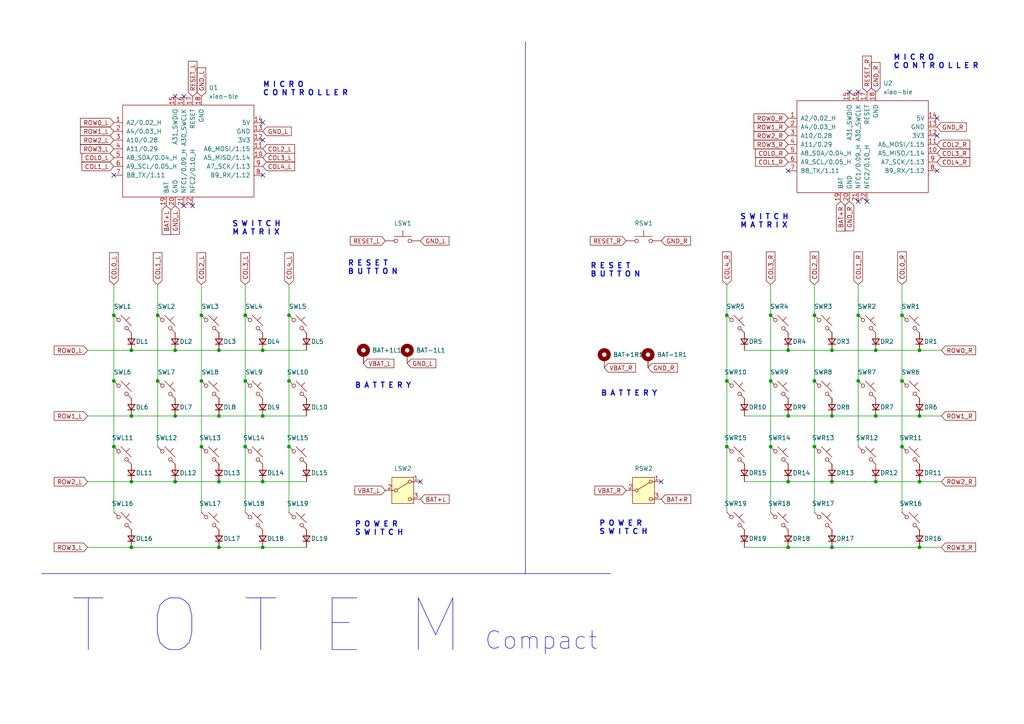
<source format=kicad_sch>
(kicad_sch (version 20250114) (generator "eeschema") (generator_version "9.0")
  (paper "A4")
  (lib_symbols
    (symbol "Device:D_Small" (pin_numbers (hide yes)) (pin_names (offset 0.254) (hide yes))
      (property "Reference" "D" (at -1.27 2.032 0))
      (property "Value" "D_Small" (at -3.81 -2.032 0))
      (symbol "D_Small_0_1"
        (polyline (pts (xy -0.762 0) (xy 0.762 0)))
        (polyline (pts (xy -0.762 -1.016) (xy -0.762 1.016)) (stroke (width 0.254)))
        (polyline (pts (xy 0.762 -1.016) (xy -0.762 0) (xy 0.762 1.016) (xy 0.762 -1.016)) (stroke (width 0.254)))
      )
      (symbol "D_Small_1_1"
        (pin passive line (at -2.54 0 0) (length 1.778) (name "K") (number "1"))
        (pin passive line (at 2.54 0 180) (length 1.778) (name "A") (number "2"))
      )
    )
    (symbol "Mechanical:MountingHole_Pad" (pin_numbers (hide yes)) (pin_names (offset 1.016) (hide yes)) (in_bom no)
      (property "Reference" "H" (at 0 6.35 0))
      (property "Value" "MountingHole_Pad" (at 0 4.445 0))
      (symbol "MountingHole_Pad_0_1"
        (circle (center 0 1.27) (radius 1.27) (stroke (width 1.27)))
      )
      (symbol "MountingHole_Pad_1_1"
        (pin input line (at 0 -2.54 90) (length 2.54) (name "1") (number "1"))
      )
    )
    (symbol "Switch:SW_Push" (pin_numbers (hide yes)) (pin_names (offset 1.016) (hide yes))
      (property "Reference" "SW" (at 1.27 2.54 0))
      (property "Value" "SW_Push" (at 0 -1.524 0))
      (symbol "SW_Push_0_1"
        (circle (center -2.032 0) (radius 0.508))
        (polyline (pts (xy 0 1.27) (xy 0 3.048)))
        (circle (center 2.032 0) (radius 0.508))
        (polyline (pts (xy 2.54 1.27) (xy -2.54 1.27)))
        (pin passive line (at -5.08 0 0) (length 2.54) (name "1") (number "1"))
        (pin passive line (at 5.08 0 180) (length 2.54) (name "2") (number "2"))
      )
    )
    (symbol "Switch:SW_Push_45deg" (pin_numbers (hide yes)) (pin_names (offset 1.016) (hide yes))
      (property "Reference" "SW" (at 3.048 1.016 0))
      (property "Value" "SW_Push_45deg" (at 0 -3.81 0))
      (symbol "SW_Push_45deg_0_1"
        (polyline (pts (xy -2.54 2.54) (xy -1.524 1.524) (xy -1.524 1.524)))
        (circle (center -1.1684 1.1684) (radius 0.508))
        (polyline (pts (xy -0.508 2.54) (xy 2.54 -0.508)))
        (polyline (pts (xy 1.016 1.016) (xy 2.032 2.032)))
        (circle (center 1.143 -1.1938) (radius 0.508))
        (polyline (pts (xy 1.524 -1.524) (xy 2.54 -2.54) (xy 2.54 -2.54) (xy 2.54 -2.54)))
        (pin passive line (at -2.54 2.54 0) (length 0) (name "1") (number "1"))
        (pin passive line (at 2.54 -2.54 180) (length 0) (name "2") (number "2"))
      )
    )
    (symbol "Switch:SW_SPDT" (pin_names (offset 0) (hide yes))
      (property "Reference" "SW" (at 0 5.08 0))
      (property "Value" "SW_SPDT" (at 0 -5.08 0))
      (symbol "SW_SPDT_0_1"
        (circle (center -2.032 0) (radius 0.4572))
        (polyline (pts (xy -1.651 0.254) (xy 1.651 2.286)))
        (circle (center 2.032 2.54) (radius 0.4572))
        (circle (center 2.032 -2.54) (radius 0.4572))
      )
      (symbol "SW_SPDT_1_1"
        (rectangle (start -3.175 3.81) (end 3.175 -3.81) (fill (type background)))
        (pin passive line (at -5.08 0 0) (length 2.54) (name "B") (number "2"))
        (pin passive line (at 5.08 2.54 180) (length 2.54) (name "A") (number "1"))
        (pin passive line (at 5.08 -2.54 180) (length 2.54) (name "C") (number "3"))
      )
    )
    (symbol "mcu:xiao-ble" (pin_names (offset 1.016))
      (property "Reference" "U" (at -17.78 16.51 0))
      (property "Value" "xiao-ble" (at -15.24 13.97 0))
      (symbol "xiao-ble_0_1"
        (rectangle (start -19.05 12.7) (end 19.05 -13.97))
      )
      (symbol "xiao-ble_1_1"
        (pin bidirectional line (at -21.59 7.62 0) (length 2.54) (name "A2/0.02_H") (number "1"))
        (pin bidirectional line (at -21.59 5.08 0) (length 2.54) (name "A4/0.03_H") (number "2"))
        (pin bidirectional line (at -21.59 2.54 0) (length 2.54) (name "A10/0.28") (number "3"))
        (pin bidirectional line (at -21.59 0 0) (length 2.54) (name "A11/0.29") (number "4"))
        (pin bidirectional line (at -21.59 -2.54 0) (length 2.54) (name "A8_SDA/0.04_H") (number "5"))
        (pin bidirectional line (at -21.59 -5.08 0) (length 2.54) (name "A9_SCL/0.05_H") (number "6"))
        (pin bidirectional line (at -21.59 -7.62 0) (length 2.54) (name "B8_TX/1.11") (number "7"))
        (pin bidirectional line (at -6.35 -16.51 90) (length 2.54) (name "BAT") (number "19"))
        (pin input line (at -3.81 15.24 270) (length 2.54) (name "A31_SWDIO") (number "15"))
        (pin power_out line (at -3.81 -16.51 90) (length 2.54) (name "GND") (number "20"))
        (pin input line (at -1.27 15.24 270) (length 2.54) (name "A30_SWCLK") (number "16"))
        (pin bidirectional line (at -1.27 -16.51 90) (length 2.54) (name "NFC1/0.09_H") (number "21"))
        (pin input line (at 1.27 15.24 270) (length 2.54) (name "RESET") (number "17"))
        (pin bidirectional line (at 1.27 -16.51 90) (length 2.54) (name "NFC2/0.10_H") (number "22"))
        (pin power_out line (at 3.81 15.24 270) (length 2.54) (name "GND") (number "18"))
        (pin power_out line (at 21.59 7.62 180) (length 2.54) (name "5V") (number "14"))
        (pin power_out line (at 21.59 5.08 180) (length 2.54) (name "GND") (number "13"))
        (pin power_out line (at 21.59 2.54 180) (length 2.54) (name "3V3") (number "12"))
        (pin bidirectional line (at 21.59 0 180) (length 2.54) (name "A6_MOSI/1.15") (number "11"))
        (pin bidirectional line (at 21.59 -2.54 180) (length 2.54) (name "A5_MISO/1.14") (number "10"))
        (pin bidirectional line (at 21.59 -5.08 180) (length 2.54) (name "A7_SCK/1.13") (number "9"))
        (pin bidirectional line (at 21.59 -7.62 180) (length 2.54) (name "B9_RX/1.12") (number "8"))
      )
    )
  )
  (text "M I C R O \nC O N T R O L L E R" (at 76.2 27.94 0) (effects (font (size 1.5 1.5) (thickness 0.3) (bold yes)) (justify left bottom)))
  (text "B A T T E R Y" (at 174.244 115.062 0) (effects (font (size 1.5 1.5) (thickness 0.3) (bold yes)) (justify left bottom)))
  (text "R E S E T \nB U T T O N" (at 100.838 79.756 0) (effects (font (size 1.5 1.5) (thickness 0.3) (bold yes)) (justify left bottom)))
  (text "M I C R O \nC O N T R O L L E R" (at 259.08 20.066 0) (effects (font (size 1.5 1.5) (thickness 0.3) (bold yes)) (justify left bottom)))
  (text "R E S E T \nB U T T O N" (at 171.196 80.518 0) (effects (font (size 1.5 1.5) (thickness 0.3) (bold yes)) (justify left bottom)))
  (text "S W I T C H\nM A T R I X" (at 67.31 68.326 0) (effects (font (size 1.5 1.5) (thickness 0.3) (bold yes)) (justify left bottom)))
  (text "S W I T C H\nM A T R I X" (at 214.63 66.294 0) (effects (font (size 1.5 1.5) (thickness 0.3) (bold yes)) (justify left bottom)))
  (text "P O W E R\nS W I T C H" (at 102.87 155.448 0) (effects (font (size 1.5 1.5) (thickness 0.3) (bold yes)) (justify left bottom)))
  (text "B A T T E R Y" (at 102.87 112.776 0) (effects (font (size 1.5 1.5) (thickness 0.3) (bold yes)) (justify left bottom)))
  (text "Compact" (at 156.972 185.928 0) (effects (font (size 5.08 5.08))))
  (text "T O T E M" (at 19.812 190.5 0) (effects (font (size 15 15)) (justify left bottom)))
  (text "P O W E R\nS W I T C H" (at 173.736 155.194 0) (effects (font (size 1.5 1.5) (thickness 0.3) (bold yes)) (justify left bottom)))
  (junction (at 223.52 129.54))
  (junction (at 63.5 158.75))
  (junction (at 210.82 110.49))
  (junction (at 58.42 129.54))
  (junction (at 228.6 158.75))
  (junction (at 261.62 91.44))
  (junction (at 228.6 139.7))
  (junction (at 254 139.7))
  (junction (at 241.3 139.7))
  (junction (at 33.02 129.54))
  (junction (at 58.42 91.44))
  (junction (at 236.22 110.49))
  (junction (at 241.3 158.75))
  (junction (at 38.1 158.75))
  (junction (at 76.2 139.7))
  (junction (at 63.5 101.6))
  (junction (at 50.8 101.6))
  (junction (at 236.22 91.44))
  (junction (at 38.1 101.6))
  (junction (at 38.1 120.65))
  (junction (at 266.7 158.75))
  (junction (at 236.22 129.54))
  (junction (at 50.8 139.7))
  (junction (at 33.02 110.49))
  (junction (at 241.3 120.65))
  (junction (at 83.82 91.44))
  (junction (at 38.1 139.7))
  (junction (at 241.3 101.6))
  (junction (at 71.12 110.49))
  (junction (at 45.72 110.49))
  (junction (at 248.92 110.49))
  (junction (at 63.5 139.7))
  (junction (at 58.42 110.49))
  (junction (at 63.5 120.65))
  (junction (at 33.02 91.44))
  (junction (at 228.6 101.6))
  (junction (at 76.2 101.6))
  (junction (at 45.72 91.44))
  (junction (at 83.82 129.54))
  (junction (at 266.7 139.7))
  (junction (at 76.2 158.75))
  (junction (at 71.12 129.54))
  (junction (at 76.2 120.65))
  (junction (at 50.8 120.65))
  (junction (at 248.92 91.44))
  (junction (at 261.62 110.49))
  (junction (at 71.12 91.44))
  (junction (at 223.52 110.49))
  (junction (at 254 101.6))
  (junction (at 254 120.65))
  (junction (at 261.62 129.54))
  (junction (at 266.7 101.6))
  (junction (at 83.82 110.49))
  (junction (at 223.52 91.44))
  (junction (at 266.7 120.65))
  (junction (at 228.6 120.65))
  (junction (at 210.82 91.44))
  (junction (at 210.82 129.54))
  (no_connect (at 271.78 49.53))
  (no_connect (at 55.88 59.69))
  (no_connect (at 248.92 26.67))
  (no_connect (at 246.38 26.67))
  (no_connect (at 76.2 40.64))
  (no_connect (at 271.78 34.29))
  (no_connect (at 228.6 49.53))
  (no_connect (at 76.2 35.56))
  (no_connect (at 248.92 58.42))
  (no_connect (at 271.78 39.37))
  (no_connect (at 50.8 27.94))
  (no_connect (at 76.2 50.8))
  (no_connect (at 191.77 139.7))
  (no_connect (at 53.34 27.94))
  (no_connect (at 33.02 50.8))
  (no_connect (at 121.92 139.7))
  (no_connect (at 251.46 58.42))
  (no_connect (at 53.34 59.69))
  (wire (pts (xy 215.9 120.65) (xy 228.6 120.65)))
  (wire (pts (xy 223.52 91.44) (xy 223.52 110.49)))
  (wire (pts (xy 83.82 110.49) (xy 83.82 129.54)))
  (wire (pts (xy 266.7 101.6) (xy 273.05 101.6)))
  (wire (pts (xy 236.22 82.55) (xy 236.22 91.44)))
  (wire (pts (xy 228.6 101.6) (xy 241.3 101.6)))
  (wire (pts (xy 76.2 139.7) (xy 88.9 139.7)))
  (wire (pts (xy 223.52 110.49) (xy 223.52 129.54)))
  (wire (pts (xy 63.5 139.7) (xy 76.2 139.7)))
  (wire (pts (xy 71.12 91.44) (xy 71.12 110.49)))
  (wire (pts (xy 261.62 82.55) (xy 261.62 91.44)))
  (wire (pts (xy 228.6 139.7) (xy 241.3 139.7)))
  (wire (pts (xy 38.1 158.75) (xy 63.5 158.75)))
  (wire (pts (xy 38.1 120.65) (xy 50.8 120.65)))
  (wire (pts (xy 33.02 82.55) (xy 33.02 91.44)))
  (wire (pts (xy 210.82 82.55) (xy 210.82 91.44)))
  (wire (pts (xy 254 120.65) (xy 266.7 120.65)))
  (wire (pts (xy 33.02 91.44) (xy 33.02 110.49)))
  (wire (pts (xy 215.9 101.6) (xy 228.6 101.6)))
  (wire (pts (xy 71.12 129.54) (xy 71.12 148.59)))
  (wire (pts (xy 83.82 82.55) (xy 83.82 91.44)))
  (wire (pts (xy 38.1 139.7) (xy 50.8 139.7)))
  (wire (pts (xy 25.4 120.65) (xy 38.1 120.65)))
  (wire (pts (xy 58.42 129.54) (xy 58.42 148.59)))
  (wire (pts (xy 63.5 158.75) (xy 76.2 158.75)))
  (wire (pts (xy 50.8 120.65) (xy 63.5 120.65)))
  (wire (pts (xy 58.42 110.49) (xy 58.42 129.54)))
  (wire (pts (xy 223.52 82.55) (xy 223.52 91.44)))
  (wire (pts (xy 261.62 129.54) (xy 261.62 148.59)))
  (polyline (pts (xy 152.4 12.065) (xy 152.4 166.37)))
  (wire (pts (xy 50.8 101.6) (xy 63.5 101.6)))
  (wire (pts (xy 254 139.7) (xy 266.7 139.7)))
  (wire (pts (xy 33.02 129.54) (xy 33.02 148.59)))
  (wire (pts (xy 241.3 139.7) (xy 254 139.7)))
  (wire (pts (xy 50.8 139.7) (xy 63.5 139.7)))
  (wire (pts (xy 25.4 101.6) (xy 38.1 101.6)))
  (wire (pts (xy 76.2 158.75) (xy 88.9 158.75)))
  (wire (pts (xy 38.1 101.6) (xy 50.8 101.6)))
  (polyline (pts (xy 12.065 166.37) (xy 177.165 166.37)))
  (wire (pts (xy 215.9 139.7) (xy 228.6 139.7)))
  (wire (pts (xy 248.92 82.55) (xy 248.92 91.44)))
  (wire (pts (xy 241.3 101.6) (xy 254 101.6)))
  (wire (pts (xy 261.62 110.49) (xy 261.62 129.54)))
  (wire (pts (xy 63.5 120.65) (xy 76.2 120.65)))
  (wire (pts (xy 241.3 158.75) (xy 266.7 158.75)))
  (wire (pts (xy 83.82 91.44) (xy 83.82 110.49)))
  (wire (pts (xy 33.02 110.49) (xy 33.02 129.54)))
  (wire (pts (xy 45.72 91.44) (xy 45.72 110.49)))
  (wire (pts (xy 266.7 120.65) (xy 273.05 120.65)))
  (wire (pts (xy 236.22 110.49) (xy 236.22 129.54)))
  (wire (pts (xy 248.92 91.44) (xy 248.92 110.49)))
  (wire (pts (xy 223.52 129.54) (xy 223.52 148.59)))
  (wire (pts (xy 71.12 82.55) (xy 71.12 91.44)))
  (wire (pts (xy 266.7 139.7) (xy 273.05 139.7)))
  (wire (pts (xy 241.3 120.65) (xy 254 120.65)))
  (wire (pts (xy 236.22 91.44) (xy 236.22 110.49)))
  (wire (pts (xy 58.42 82.55) (xy 58.42 91.44)))
  (wire (pts (xy 58.42 91.44) (xy 58.42 110.49)))
  (wire (pts (xy 254 101.6) (xy 266.7 101.6)))
  (wire (pts (xy 228.6 120.65) (xy 241.3 120.65)))
  (wire (pts (xy 248.92 110.49) (xy 248.92 129.54)))
  (wire (pts (xy 215.9 158.75) (xy 228.6 158.75)))
  (wire (pts (xy 76.2 120.65) (xy 88.9 120.65)))
  (wire (pts (xy 261.62 91.44) (xy 261.62 110.49)))
  (wire (pts (xy 83.82 129.54) (xy 83.82 148.59)))
  (wire (pts (xy 63.5 101.6) (xy 76.2 101.6)))
  (wire (pts (xy 25.4 139.7) (xy 38.1 139.7)))
  (wire (pts (xy 210.82 110.49) (xy 210.82 129.54)))
  (wire (pts (xy 25.4 158.75) (xy 38.1 158.75)))
  (wire (pts (xy 45.72 82.55) (xy 45.72 91.44)))
  (wire (pts (xy 210.82 91.44) (xy 210.82 110.49)))
  (wire (pts (xy 71.12 110.49) (xy 71.12 129.54)))
  (wire (pts (xy 236.22 129.54) (xy 236.22 148.59)))
  (wire (pts (xy 228.6 158.75) (xy 241.3 158.75)))
  (wire (pts (xy 76.2 101.6) (xy 88.9 101.6)))
  (wire (pts (xy 266.7 158.75) (xy 273.05 158.75)))
  (wire (pts (xy 45.72 110.49) (xy 45.72 129.54)))
  (wire (pts (xy 210.82 129.54) (xy 210.82 148.59)))
  (global_label "COL1_R" (shape input) (at 228.6 46.99 180) (property "Intersheetrefs" "${INTERSHEET_REFS}" (effects (hide yes))))
  (global_label "COL1_R" (shape input) (at 248.92 82.55 90) (property "Intersheetrefs" "${INTERSHEET_REFS}" (effects (hide yes))))
  (global_label "COL4_R" (shape input) (at 271.78 46.99 0) (property "Intersheetrefs" "${INTERSHEET_REFS}" (effects (hide yes))))
  (global_label "GND_L" (shape input) (at 118.11 105.41 0) (property "Intersheetrefs" "${INTERSHEET_REFS}" (effects (hide yes))))
  (global_label "BAT+L" (shape input) (at 48.26 59.69 270) (property "Intersheetrefs" "${INTERSHEET_REFS}" (effects (hide yes))))
  (global_label "GND_L" (shape input) (at 58.42 27.94 90) (property "Intersheetrefs" "${INTERSHEET_REFS}" (effects (hide yes))))
  (global_label "COL1_L" (shape input) (at 33.02 48.26 180) (property "Intersheetrefs" "${INTERSHEET_REFS}" (effects (hide yes))))
  (global_label "ROW1_L" (shape input) (at 33.02 38.1 180) (property "Intersheetrefs" "${INTERSHEET_REFS}" (effects (hide yes))))
  (global_label "COL4_R" (shape input) (at 210.82 82.55 90) (property "Intersheetrefs" "${INTERSHEET_REFS}" (effects (hide yes))))
  (global_label "COL4_L" (shape input) (at 76.2 48.26 0) (property "Intersheetrefs" "${INTERSHEET_REFS}" (effects (hide yes))))
  (global_label "COL3_L" (shape input) (at 76.2 45.72 0) (property "Intersheetrefs" "${INTERSHEET_REFS}" (effects (hide yes))))
  (global_label "COL0_R" (shape input) (at 261.62 82.55 90) (property "Intersheetrefs" "${INTERSHEET_REFS}" (effects (hide yes))))
  (global_label "ROW0_R" (shape input) (at 273.05 101.6 0) (property "Intersheetrefs" "${INTERSHEET_REFS}" (effects (hide yes))))
  (global_label "VBAT_R" (shape input) (at 181.61 142.24 180) (property "Intersheetrefs" "${INTERSHEET_REFS}" (effects (hide yes))))
  (global_label "COL4_L" (shape input) (at 83.82 82.55 90) (property "Intersheetrefs" "${INTERSHEET_REFS}" (effects (hide yes))))
  (global_label "ROW1_L" (shape input) (at 25.4 120.65 180) (property "Intersheetrefs" "${INTERSHEET_REFS}" (effects (hide yes))))
  (global_label "ROW0_L" (shape input) (at 33.02 35.56 180) (property "Intersheetrefs" "${INTERSHEET_REFS}" (effects (hide yes))))
  (global_label "GND_R" (shape input) (at 191.77 69.85 0) (property "Intersheetrefs" "${INTERSHEET_REFS}" (effects (hide yes))))
  (global_label "BAT+R" (shape input) (at 191.77 144.78 0) (property "Intersheetrefs" "${INTERSHEET_REFS}" (effects (hide yes))))
  (global_label "COL0_R" (shape input) (at 228.6 44.45 180) (property "Intersheetrefs" "${INTERSHEET_REFS}" (effects (hide yes))))
  (global_label "ROW3_L" (shape input) (at 33.02 43.18 180) (property "Intersheetrefs" "${INTERSHEET_REFS}" (effects (hide yes))))
  (global_label "GND_R" (shape input) (at 254 26.67 90) (property "Intersheetrefs" "${INTERSHEET_REFS}" (effects (hide yes))))
  (global_label "BAT+L" (shape input) (at 121.92 144.78 0) (property "Intersheetrefs" "${INTERSHEET_REFS}" (effects (hide yes))))
  (global_label "BAT+R" (shape input) (at 243.84 58.42 270) (property "Intersheetrefs" "${INTERSHEET_REFS}" (effects (hide yes))))
  (global_label "RESET_L" (shape input) (at 111.76 69.85 180) (property "Intersheetrefs" "${INTERSHEET_REFS}" (effects (hide yes))))
  (global_label "COL2_R" (shape input) (at 271.78 41.91 0) (property "Intersheetrefs" "${INTERSHEET_REFS}" (effects (hide yes))))
  (global_label "COL3_L" (shape input) (at 71.12 82.55 90) (property "Intersheetrefs" "${INTERSHEET_REFS}" (effects (hide yes))))
  (global_label "ROW3_R" (shape input) (at 228.6 41.91 180) (property "Intersheetrefs" "${INTERSHEET_REFS}" (effects (hide yes))))
  (global_label "COL1_L" (shape input) (at 45.72 82.55 90) (property "Intersheetrefs" "${INTERSHEET_REFS}" (effects (hide yes))))
  (global_label "ROW2_L" (shape input) (at 33.02 40.64 180) (property "Intersheetrefs" "${INTERSHEET_REFS}" (effects (hide yes))))
  (global_label "ROW0_L" (shape input) (at 25.4 101.6 180) (property "Intersheetrefs" "${INTERSHEET_REFS}" (effects (hide yes))))
  (global_label "COL0_L" (shape input) (at 33.02 45.72 180) (property "Intersheetrefs" "${INTERSHEET_REFS}" (effects (hide yes))))
  (global_label "ROW1_R" (shape input) (at 228.6 36.83 180) (property "Intersheetrefs" "${INTERSHEET_REFS}" (effects (hide yes))))
  (global_label "ROW2_R" (shape input) (at 273.05 139.7 0) (property "Intersheetrefs" "${INTERSHEET_REFS}" (effects (hide yes))))
  (global_label "RESET_L" (shape input) (at 55.88 27.94 90) (property "Intersheetrefs" "${INTERSHEET_REFS}" (effects (hide yes))))
  (global_label "COL2_L" (shape input) (at 76.2 43.18 0) (property "Intersheetrefs" "${INTERSHEET_REFS}" (effects (hide yes))))
  (global_label "ROW3_R" (shape input) (at 273.05 158.75 0) (property "Intersheetrefs" "${INTERSHEET_REFS}" (effects (hide yes))))
  (global_label "GND_R" (shape input) (at 246.38 58.42 270) (property "Intersheetrefs" "${INTERSHEET_REFS}" (effects (hide yes))))
  (global_label "ROW2_R" (shape input) (at 228.6 39.37 180) (property "Intersheetrefs" "${INTERSHEET_REFS}" (effects (hide yes))))
  (global_label "RESET_R" (shape input) (at 181.61 69.85 180) (property "Intersheetrefs" "${INTERSHEET_REFS}" (effects (hide yes))))
  (global_label "VBAT_R" (shape input) (at 175.26 106.68 0) (property "Intersheetrefs" "${INTERSHEET_REFS}" (effects (hide yes))))
  (global_label "ROW2_L" (shape input) (at 25.4 139.7 180) (property "Intersheetrefs" "${INTERSHEET_REFS}" (effects (hide yes))))
  (global_label "GND_R" (shape input) (at 271.78 36.83 0) (property "Intersheetrefs" "${INTERSHEET_REFS}" (effects (hide yes))))
  (global_label "RESET_R" (shape input) (at 251.46 26.67 90) (property "Intersheetrefs" "${INTERSHEET_REFS}" (effects (hide yes))))
  (global_label "VBAT_L" (shape input) (at 111.76 142.24 180) (property "Intersheetrefs" "${INTERSHEET_REFS}" (effects (hide yes))))
  (global_label "COL3_R" (shape input) (at 271.78 44.45 0) (property "Intersheetrefs" "${INTERSHEET_REFS}" (effects (hide yes))))
  (global_label "ROW3_L" (shape input) (at 25.4 158.75 180) (property "Intersheetrefs" "${INTERSHEET_REFS}" (effects (hide yes))))
  (global_label "GND_L" (shape input) (at 50.8 59.69 270) (property "Intersheetrefs" "${INTERSHEET_REFS}" (effects (hide yes))))
  (global_label "COL0_L" (shape input) (at 33.02 82.55 90) (property "Intersheetrefs" "${INTERSHEET_REFS}" (effects (hide yes))))
  (global_label "ROW0_R" (shape input) (at 228.6 34.29 180) (property "Intersheetrefs" "${INTERSHEET_REFS}" (effects (hide yes))))
  (global_label "ROW1_R" (shape input) (at 273.05 120.65 0) (property "Intersheetrefs" "${INTERSHEET_REFS}" (effects (hide yes))))
  (global_label "COL2_R" (shape input) (at 236.22 82.55 90) (property "Intersheetrefs" "${INTERSHEET_REFS}" (effects (hide yes))))
  (global_label "GND_L" (shape input) (at 121.92 69.85 0) (property "Intersheetrefs" "${INTERSHEET_REFS}" (effects (hide yes))))
  (global_label "GND_R" (shape input) (at 187.96 106.68 0) (property "Intersheetrefs" "${INTERSHEET_REFS}" (effects (hide yes))))
  (global_label "GND_L" (shape input) (at 76.2 38.1 0) (property "Intersheetrefs" "${INTERSHEET_REFS}" (effects (hide yes))))
  (global_label "COL2_L" (shape input) (at 58.42 82.55 90) (property "Intersheetrefs" "${INTERSHEET_REFS}" (effects (hide yes))))
  (global_label "VBAT_L" (shape input) (at 105.41 105.41 0) (property "Intersheetrefs" "${INTERSHEET_REFS}" (effects (hide yes))))
  (global_label "COL3_R" (shape input) (at 223.52 82.55 90) (property "Intersheetrefs" "${INTERSHEET_REFS}" (effects (hide yes))))
  (symbol (lib_id "Device:D_Small") (at 76.2 137.16 90) (unit 1)
    (property "Reference" "DL14" (at 77.47 137.16 90) (effects (justify right)))
    (property "Value" "D_Small" (effects (hide yes)))
    (property "Footprint" "TOTEMlib:Diode_SOD123" (effects (hide yes)))
    (property "Description" "Diode, small symbol" (effects (hide yes)))
    (property "Sim.Device" "D" (effects (hide yes)))
    (property "Sim.Pins" "1=K 2=A" (effects (hide yes)))
  )
  (symbol (lib_id "Device:D_Small") (at 38.1 137.16 90) (unit 1)
    (property "Reference" "DL11" (at 39.37 137.16 90) (effects (justify right)))
    (property "Value" "D_Small" (effects (hide yes)))
    (property "Footprint" "TOTEMlib:Diode_SOD123" (effects (hide yes)))
    (property "Description" "Diode, small symbol" (effects (hide yes)))
    (property "Sim.Device" "D" (effects (hide yes)))
    (property "Sim.Pins" "1=K 2=A" (effects (hide yes)))
  )
  (symbol (lib_id "Device:D_Small") (at 63.5 118.11 90) (unit 1)
    (property "Reference" "DL8" (at 64.77 118.11 90) (effects (justify right)))
    (property "Value" "D_Small" (effects (hide yes)))
    (property "Footprint" "TOTEMlib:Diode_SOD123" (effects (hide yes)))
    (property "Description" "Diode, small symbol" (effects (hide yes)))
    (property "Sim.Device" "D" (effects (hide yes)))
    (property "Sim.Pins" "1=K 2=A" (effects (hide yes)))
  )
  (symbol (lib_id "Switch:SW_Push_45deg") (at 48.26 93.98 0) (unit 1)
    (property "Reference" "SWL2" (at 48.26 88.9 0))
    (property "Value" "SW_Push_45deg" (effects (hide yes)))
    (property "Footprint" "TOTEMlib:Kailh_socket_PG1350_optional" (effects (hide yes)))
    (property "Description" "Push button switch, normally open, two pins, 45° tilted" (effects (hide yes)))
  )
  (symbol (lib_id "Switch:SW_Push_45deg") (at 60.96 151.13 0) (unit 1)
    (property "Reference" "SWL17" (at 60.96 146.05 0))
    (property "Value" "SW_Push_45deg" (effects (hide yes)))
    (property "Footprint" "TOTEMlib:Kailh_socket_PG1350_optional" (effects (hide yes)))
    (property "Description" "Push button switch, normally open, two pins, 45° tilted" (effects (hide yes)))
  )
  (symbol (lib_id "Device:D_Small") (at 215.9 137.16 90) (unit 1)
    (property "Reference" "DR15" (at 217.17 137.16 90) (effects (justify right)))
    (property "Value" "D_Small" (effects (hide yes)))
    (property "Footprint" "TOTEMlib:Diode_SOD123" (effects (hide yes)))
    (property "Description" "Diode, small symbol" (effects (hide yes)))
    (property "Sim.Device" "D" (effects (hide yes)))
    (property "Sim.Pins" "1=K 2=A" (effects (hide yes)))
  )
  (symbol (lib_id "Device:D_Small") (at 50.8 137.16 90) (unit 1)
    (property "Reference" "DL12" (at 52.07 137.16 90) (effects (justify right)))
    (property "Value" "D_Small" (effects (hide yes)))
    (property "Footprint" "TOTEMlib:Diode_SOD123" (effects (hide yes)))
    (property "Description" "Diode, small symbol" (effects (hide yes)))
    (property "Sim.Device" "D" (effects (hide yes)))
    (property "Sim.Pins" "1=K 2=A" (effects (hide yes)))
  )
  (symbol (lib_id "Device:D_Small") (at 63.5 137.16 90) (unit 1)
    (property "Reference" "DL13" (at 64.77 137.16 90) (effects (justify right)))
    (property "Value" "D_Small" (effects (hide yes)))
    (property "Footprint" "TOTEMlib:Diode_SOD123" (effects (hide yes)))
    (property "Description" "Diode, small symbol" (effects (hide yes)))
    (property "Sim.Device" "D" (effects (hide yes)))
    (property "Sim.Pins" "1=K 2=A" (effects (hide yes)))
  )
  (symbol (lib_id "Switch:SW_Push_45deg") (at 86.36 151.13 0) (unit 1)
    (property "Reference" "SWL19" (at 86.36 146.05 0))
    (property "Value" "SW_Push_45deg" (effects (hide yes)))
    (property "Footprint" "TOTEMlib:Kailh_socket_PG1350_optional" (effects (hide yes)))
    (property "Description" "Push button switch, normally open, two pins, 45° tilted" (effects (hide yes)))
  )
  (symbol (lib_id "Switch:SW_Push_45deg") (at 35.56 151.13 0) (unit 1)
    (property "Reference" "SWL16" (at 35.56 146.05 0))
    (property "Value" "SW_Push_45deg" (effects (hide yes)))
    (property "Footprint" "TOTEMlib:Kailh_socket_PG1350_optional" (effects (hide yes)))
    (property "Description" "Push button switch, normally open, two pins, 45° tilted" (effects (hide yes)))
  )
  (symbol (lib_id "Device:D_Small") (at 215.9 156.21 90) (unit 1)
    (property "Reference" "DR19" (at 217.17 156.21 90) (effects (justify right)))
    (property "Value" "D_Small" (effects (hide yes)))
    (property "Footprint" "TOTEMlib:Diode_SOD123" (effects (hide yes)))
    (property "Description" "Diode, small symbol" (effects (hide yes)))
    (property "Sim.Device" "D" (effects (hide yes)))
    (property "Sim.Pins" "1=K 2=A" (effects (hide yes)))
  )
  (symbol (lib_id "Switch:SW_Push_45deg") (at 86.36 93.98 0) (unit 1)
    (property "Reference" "SWL5" (at 86.36 88.9 0))
    (property "Value" "SW_Push_45deg" (effects (hide yes)))
    (property "Footprint" "TOTEMlib:Kailh_socket_PG1350_optional" (effects (hide yes)))
    (property "Description" "Push button switch, normally open, two pins, 45° tilted" (effects (hide yes)))
  )
  (symbol (lib_id "Device:D_Small") (at 254 99.06 90) (unit 1)
    (property "Reference" "DR2" (at 255.27 99.06 90) (effects (justify right)))
    (property "Value" "D_Small" (effects (hide yes)))
    (property "Footprint" "TOTEMlib:Diode_SOD123" (effects (hide yes)))
    (property "Description" "Diode, small symbol" (effects (hide yes)))
    (property "Sim.Device" "D" (effects (hide yes)))
    (property "Sim.Pins" "1=K 2=A" (effects (hide yes)))
  )
  (symbol (lib_id "Switch:SW_Push_45deg") (at 213.36 113.03 0) (unit 1)
    (property "Reference" "SWR10" (at 213.36 107.95 0))
    (property "Value" "SW_Push_45deg" (effects (hide yes)))
    (property "Footprint" "TOTEMlib:Kailh_socket_PG1350_optional" (effects (hide yes)))
    (property "Description" "Push button switch, normally open, two pins, 45° tilted" (effects (hide yes)))
  )
  (symbol (lib_id "Switch:SW_Push_45deg") (at 35.56 113.03 0) (unit 1)
    (property "Reference" "SWL6" (at 35.56 107.95 0))
    (property "Value" "SW_Push_45deg" (effects (hide yes)))
    (property "Footprint" "TOTEMlib:Kailh_socket_PG1350_optional" (effects (hide yes)))
    (property "Description" "Push button switch, normally open, two pins, 45° tilted" (effects (hide yes)))
  )
  (symbol (lib_id "Switch:SW_Push_45deg") (at 73.66 93.98 0) (unit 1)
    (property "Reference" "SWL4" (at 73.66 88.9 0))
    (property "Value" "SW_Push_45deg" (effects (hide yes)))
    (property "Footprint" "TOTEMlib:Kailh_socket_PG1350_optional" (effects (hide yes)))
    (property "Description" "Push button switch, normally open, two pins, 45° tilted" (effects (hide yes)))
  )
  (symbol (lib_id "Device:D_Small") (at 254 118.11 90) (unit 1)
    (property "Reference" "DR7" (at 255.27 118.11 90) (effects (justify right)))
    (property "Value" "D_Small" (effects (hide yes)))
    (property "Footprint" "TOTEMlib:Diode_SOD123" (effects (hide yes)))
    (property "Description" "Diode, small symbol" (effects (hide yes)))
    (property "Sim.Device" "D" (effects (hide yes)))
    (property "Sim.Pins" "1=K 2=A" (effects (hide yes)))
  )
  (symbol (lib_id "Device:D_Small") (at 228.6 99.06 90) (unit 1)
    (property "Reference" "DR4" (at 229.87 99.06 90) (effects (justify right)))
    (property "Value" "D_Small" (effects (hide yes)))
    (property "Footprint" "TOTEMlib:Diode_SOD123" (effects (hide yes)))
    (property "Description" "Diode, small symbol" (effects (hide yes)))
    (property "Sim.Device" "D" (effects (hide yes)))
    (property "Sim.Pins" "1=K 2=A" (effects (hide yes)))
  )
  (symbol (lib_id "Switch:SW_Push_45deg") (at 213.36 93.98 0) (unit 1)
    (property "Reference" "SWR5" (at 213.36 88.9 0))
    (property "Value" "SW_Push_45deg" (effects (hide yes)))
    (property "Footprint" "TOTEMlib:Kailh_socket_PG1350_optional" (effects (hide yes)))
    (property "Description" "Push button switch, normally open, two pins, 45° tilted" (effects (hide yes)))
  )
  (symbol (lib_id "Device:D_Small") (at 38.1 118.11 90) (unit 1)
    (property "Reference" "DL6" (at 39.37 118.11 90) (effects (justify right)))
    (property "Value" "D_Small" (effects (hide yes)))
    (property "Footprint" "TOTEMlib:Diode_SOD123" (effects (hide yes)))
    (property "Description" "Diode, small symbol" (effects (hide yes)))
    (property "Sim.Device" "D" (effects (hide yes)))
    (property "Sim.Pins" "1=K 2=A" (effects (hide yes)))
  )
  (symbol (lib_id "Device:D_Small") (at 88.9 156.21 90) (unit 1)
    (property "Reference" "DL19" (at 90.17 156.21 90) (effects (justify right)))
    (property "Value" "D_Small" (effects (hide yes)))
    (property "Footprint" "TOTEMlib:Diode_SOD123" (effects (hide yes)))
    (property "Description" "Diode, small symbol" (effects (hide yes)))
    (property "Sim.Device" "D" (effects (hide yes)))
    (property "Sim.Pins" "1=K 2=A" (effects (hide yes)))
  )
  (symbol (lib_id "Switch:SW_Push") (at 186.69 69.85 0) (unit 1)
    (property "Reference" "RSW1" (at 186.69 64.77 0))
    (property "Value" "SW_Push" (effects (hide yes)))
    (property "Footprint" "Button_Switch_THT:SW_PUSH_6mm" (effects (hide yes)))
    (property "Description" "Push button switch, generic, two pins" (effects (hide yes)))
  )
  (symbol (lib_id "Device:D_Small") (at 228.6 137.16 90) (unit 1)
    (property "Reference" "DR14" (at 229.87 137.16 90) (effects (justify right)))
    (property "Value" "D_Small" (effects (hide yes)))
    (property "Footprint" "TOTEMlib:Diode_SOD123" (effects (hide yes)))
    (property "Description" "Diode, small symbol" (effects (hide yes)))
    (property "Sim.Device" "D" (effects (hide yes)))
    (property "Sim.Pins" "1=K 2=A" (effects (hide yes)))
  )
  (symbol (lib_id "Switch:SW_Push_45deg") (at 60.96 132.08 0) (unit 1)
    (property "Reference" "SWL13" (at 60.96 127 0))
    (property "Value" "SW_Push_45deg" (effects (hide yes)))
    (property "Footprint" "TOTEMlib:Kailh_socket_PG1350_optional" (effects (hide yes)))
    (property "Description" "Push button switch, normally open, two pins, 45° tilted" (effects (hide yes)))
  )
  (symbol (lib_id "Mechanical:MountingHole_Pad") (at 118.11 102.87 0) (unit 1) (in_bom no)
    (property "Reference" "BAT-1L1" (at 120.65 101.6 0) (effects (justify left)))
    (property "Value" "MountingHole_Pad" (effects (hide yes)))
    (property "Footprint" "TOTEMlib:BatteryPad" (effects (hide yes)))
    (property "Description" "Mounting Hole with connection" (effects (hide yes)))
  )
  (symbol (lib_id "Switch:SW_Push_45deg") (at 60.96 113.03 0) (unit 1)
    (property "Reference" "SWL8" (at 60.96 107.95 0))
    (property "Value" "SW_Push_45deg" (effects (hide yes)))
    (property "Footprint" "TOTEMlib:Kailh_socket_PG1350_optional" (effects (hide yes)))
    (property "Description" "Push button switch, normally open, two pins, 45° tilted" (effects (hide yes)))
  )
  (symbol (lib_id "Device:D_Small") (at 266.7 99.06 90) (unit 1)
    (property "Reference" "DR1" (at 267.97 99.06 90) (effects (justify right)))
    (property "Value" "D_Small" (effects (hide yes)))
    (property "Footprint" "TOTEMlib:Diode_SOD123" (effects (hide yes)))
    (property "Description" "Diode, small symbol" (effects (hide yes)))
    (property "Sim.Device" "D" (effects (hide yes)))
    (property "Sim.Pins" "1=K 2=A" (effects (hide yes)))
  )
  (symbol (lib_id "Switch:SW_Push_45deg") (at 226.06 113.03 0) (unit 1)
    (property "Reference" "SWR9" (at 226.06 107.95 0))
    (property "Value" "SW_Push_45deg" (effects (hide yes)))
    (property "Footprint" "TOTEMlib:Kailh_socket_PG1350_optional" (effects (hide yes)))
    (property "Description" "Push button switch, normally open, two pins, 45° tilted" (effects (hide yes)))
  )
  (symbol (lib_id "Device:D_Small") (at 50.8 118.11 90) (unit 1)
    (property "Reference" "DL7" (at 52.07 118.11 90) (effects (justify right)))
    (property "Value" "D_Small" (effects (hide yes)))
    (property "Footprint" "TOTEMlib:Diode_SOD123" (effects (hide yes)))
    (property "Description" "Diode, small symbol" (effects (hide yes)))
    (property "Sim.Device" "D" (effects (hide yes)))
    (property "Sim.Pins" "1=K 2=A" (effects (hide yes)))
  )
  (symbol (lib_id "Mechanical:MountingHole_Pad") (at 175.26 104.14 0) (unit 1) (in_bom no)
    (property "Reference" "BAT+1R1" (at 177.8 102.87 0) (effects (justify left)))
    (property "Value" "MountingHole_Pad" (effects (hide yes)))
    (property "Footprint" "TOTEMlib:BatteryPad" (effects (hide yes)))
    (property "Description" "Mounting Hole with connection" (effects (hide yes)))
  )
  (symbol (lib_id "Switch:SW_Push_45deg") (at 35.56 132.08 0) (unit 1)
    (property "Reference" "SWL11" (at 35.56 127 0))
    (property "Value" "SW_Push_45deg" (effects (hide yes)))
    (property "Footprint" "TOTEMlib:Kailh_socket_PG1350_optional" (effects (hide yes)))
    (property "Description" "Push button switch, normally open, two pins, 45° tilted" (effects (hide yes)))
  )
  (symbol (lib_id "Switch:SW_Push_45deg") (at 213.36 132.08 0) (unit 1)
    (property "Reference" "SWR15" (at 213.36 127 0))
    (property "Value" "SW_Push_45deg" (effects (hide yes)))
    (property "Footprint" "TOTEMlib:Kailh_socket_PG1350_optional" (effects (hide yes)))
    (property "Description" "Push button switch, normally open, two pins, 45° tilted" (effects (hide yes)))
  )
  (symbol (lib_id "Device:D_Small") (at 266.7 137.16 90) (unit 1)
    (property "Reference" "DR11" (at 267.97 137.16 90) (effects (justify right)))
    (property "Value" "D_Small" (effects (hide yes)))
    (property "Footprint" "TOTEMlib:Diode_SOD123" (effects (hide yes)))
    (property "Description" "Diode, small symbol" (effects (hide yes)))
    (property "Sim.Device" "D" (effects (hide yes)))
    (property "Sim.Pins" "1=K 2=A" (effects (hide yes)))
  )
  (symbol (lib_id "Device:D_Small") (at 215.9 118.11 90) (unit 1)
    (property "Reference" "DR10" (at 217.17 118.11 90) (effects (justify right)))
    (property "Value" "D_Small" (effects (hide yes)))
    (property "Footprint" "TOTEMlib:Diode_SOD123" (effects (hide yes)))
    (property "Description" "Diode, small symbol" (effects (hide yes)))
    (property "Sim.Device" "D" (effects (hide yes)))
    (property "Sim.Pins" "1=K 2=A" (effects (hide yes)))
  )
  (symbol (lib_id "Switch:SW_SPDT") (at 186.69 142.24 0) (unit 1)
    (property "Reference" "RSW2" (at 186.69 135.89 0))
    (property "Value" "SW_SPDT" (effects (hide yes)))
    (property "Footprint" "TOTEMlib:MSK12C02" (effects (hide yes)))
    (property "Description" "Switch, single pole double throw" (effects (hide yes)))
  )
  (symbol (lib_id "Switch:SW_Push_45deg") (at 73.66 113.03 0) (unit 1)
    (property "Reference" "SWL9" (at 73.66 107.95 0))
    (property "Value" "SW_Push_45deg" (effects (hide yes)))
    (property "Footprint" "TOTEMlib:Kailh_socket_PG1350_optional" (effects (hide yes)))
    (property "Description" "Push button switch, normally open, two pins, 45° tilted" (effects (hide yes)))
  )
  (symbol (lib_id "Switch:SW_Push_45deg") (at 238.76 132.08 0) (unit 1)
    (property "Reference" "SWR13" (at 238.76 127 0))
    (property "Value" "SW_Push_45deg" (effects (hide yes)))
    (property "Footprint" "TOTEMlib:Kailh_socket_PG1350_optional" (effects (hide yes)))
    (property "Description" "Push button switch, normally open, two pins, 45° tilted" (effects (hide yes)))
  )
  (symbol (lib_id "Mechanical:MountingHole_Pad") (at 187.96 104.14 0) (unit 1) (in_bom no)
    (property "Reference" "BAT-1R1" (at 190.5 102.87 0) (effects (justify left)))
    (property "Value" "MountingHole_Pad" (effects (hide yes)))
    (property "Footprint" "TOTEMlib:BatteryPad" (effects (hide yes)))
    (property "Description" "Mounting Hole with connection" (effects (hide yes)))
  )
  (symbol (lib_id "Device:D_Small") (at 63.5 99.06 90) (unit 1)
    (property "Reference" "DL3" (at 64.77 99.06 90) (effects (justify right)))
    (property "Value" "D_Small" (effects (hide yes)))
    (property "Footprint" "TOTEMlib:Diode_SOD123" (effects (hide yes)))
    (property "Description" "Diode, small symbol" (effects (hide yes)))
    (property "Sim.Device" "D" (effects (hide yes)))
    (property "Sim.Pins" "1=K 2=A" (effects (hide yes)))
  )
  (symbol (lib_id "Switch:SW_Push_45deg") (at 264.16 151.13 0) (unit 1)
    (property "Reference" "SWR16" (at 264.16 146.05 0))
    (property "Value" "SW_Push_45deg" (effects (hide yes)))
    (property "Footprint" "TOTEMlib:Kailh_socket_PG1350_optional" (effects (hide yes)))
    (property "Description" "Push button switch, normally open, two pins, 45° tilted" (effects (hide yes)))
  )
  (symbol (lib_id "Device:D_Small") (at 266.7 156.21 90) (unit 1)
    (property "Reference" "DR16" (at 267.97 156.21 90) (effects (justify right)))
    (property "Value" "D_Small" (effects (hide yes)))
    (property "Footprint" "TOTEMlib:Diode_SOD123" (effects (hide yes)))
    (property "Description" "Diode, small symbol" (effects (hide yes)))
    (property "Sim.Device" "D" (effects (hide yes)))
    (property "Sim.Pins" "1=K 2=A" (effects (hide yes)))
  )
  (symbol (lib_id "Device:D_Small") (at 241.3 118.11 90) (unit 1)
    (property "Reference" "DR8" (at 242.57 118.11 90) (effects (justify right)))
    (property "Value" "D_Small" (effects (hide yes)))
    (property "Footprint" "TOTEMlib:Diode_SOD123" (effects (hide yes)))
    (property "Description" "Diode, small symbol" (effects (hide yes)))
    (property "Sim.Device" "D" (effects (hide yes)))
    (property "Sim.Pins" "1=K 2=A" (effects (hide yes)))
  )
  (symbol (lib_id "Device:D_Small") (at 76.2 99.06 90) (unit 1)
    (property "Reference" "DL4" (at 77.47 99.06 90) (effects (justify right)))
    (property "Value" "D_Small" (effects (hide yes)))
    (property "Footprint" "TOTEMlib:Diode_SOD123" (effects (hide yes)))
    (property "Description" "Diode, small symbol" (effects (hide yes)))
    (property "Sim.Device" "D" (effects (hide yes)))
    (property "Sim.Pins" "1=K 2=A" (effects (hide yes)))
  )
  (symbol (lib_id "Switch:SW_Push_45deg") (at 226.06 93.98 0) (unit 1)
    (property "Reference" "SWR4" (at 226.06 88.9 0))
    (property "Value" "SW_Push_45deg" (effects (hide yes)))
    (property "Footprint" "TOTEMlib:Kailh_socket_PG1350_optional" (effects (hide yes)))
    (property "Description" "Push button switch, normally open, two pins, 45° tilted" (effects (hide yes)))
  )
  (symbol (lib_id "Device:D_Small") (at 228.6 118.11 90) (unit 1)
    (property "Reference" "DR9" (at 229.87 118.11 90) (effects (justify right)))
    (property "Value" "D_Small" (effects (hide yes)))
    (property "Footprint" "TOTEMlib:Diode_SOD123" (effects (hide yes)))
    (property "Description" "Diode, small symbol" (effects (hide yes)))
    (property "Sim.Device" "D" (effects (hide yes)))
    (property "Sim.Pins" "1=K 2=A" (effects (hide yes)))
  )
  (symbol (lib_id "Switch:SW_Push_45deg") (at 264.16 113.03 0) (unit 1)
    (property "Reference" "SWR6" (at 264.16 107.95 0))
    (property "Value" "SW_Push_45deg" (effects (hide yes)))
    (property "Footprint" "TOTEMlib:Kailh_socket_PG1350_optional" (effects (hide yes)))
    (property "Description" "Push button switch, normally open, two pins, 45° tilted" (effects (hide yes)))
  )
  (symbol (lib_id "Switch:SW_SPDT") (at 116.84 142.24 0) (unit 1)
    (property "Reference" "LSW2" (at 116.84 135.89 0))
    (property "Value" "SW_SPDT" (effects (hide yes)))
    (property "Footprint" "TOTEMlib:MSK12C02" (effects (hide yes)))
    (property "Description" "Switch, single pole double throw" (effects (hide yes)))
  )
  (symbol (lib_id "Switch:SW_Push") (at 116.84 69.85 0) (unit 1)
    (property "Reference" "LSW1" (at 116.84 64.77 0))
    (property "Value" "SW_Push" (effects (hide yes)))
    (property "Footprint" "Button_Switch_THT:SW_PUSH_6mm" (effects (hide yes)))
    (property "Description" "Push button switch, generic, two pins" (effects (hide yes)))
  )
  (symbol (lib_id "Switch:SW_Push_45deg") (at 264.16 93.98 0) (unit 1)
    (property "Reference" "SWR1" (at 264.16 88.9 0))
    (property "Value" "SW_Push_45deg" (effects (hide yes)))
    (property "Footprint" "TOTEMlib:Kailh_socket_PG1350_optional" (effects (hide yes)))
    (property "Description" "Push button switch, normally open, two pins, 45° tilted" (effects (hide yes)))
  )
  (symbol (lib_id "mcu:xiao-ble") (at 54.61 43.18 0) (unit 1)
    (property "Reference" "U1" (at 60.5633 25.4 0) (effects (justify left)))
    (property "Value" "xiao-ble" (at 60.5633 27.94 0) (effects (justify left)))
    (property "Footprint" "TOTEMlib:xiao-ble-smd-cutout" (effects (hide yes)))
  )
  (symbol (lib_id "Switch:SW_Push_45deg") (at 48.26 113.03 0) (unit 1)
    (property "Reference" "SWL7" (at 48.26 107.95 0))
    (property "Value" "SW_Push_45deg" (effects (hide yes)))
    (property "Footprint" "TOTEMlib:Kailh_socket_PG1350_optional" (effects (hide yes)))
    (property "Description" "Push button switch, normally open, two pins, 45° tilted" (effects (hide yes)))
  )
  (symbol (lib_id "Mechanical:MountingHole_Pad") (at 105.41 102.87 0) (unit 1) (in_bom no)
    (property "Reference" "BAT+1L1" (at 107.95 101.6 0) (effects (justify left)))
    (property "Value" "MountingHole_Pad" (effects (hide yes)))
    (property "Footprint" "TOTEMlib:BatteryPad" (effects (hide yes)))
    (property "Description" "Mounting Hole with connection" (effects (hide yes)))
  )
  (symbol (lib_id "Switch:SW_Push_45deg") (at 73.66 132.08 0) (unit 1)
    (property "Reference" "SWL14" (at 73.66 127 0))
    (property "Value" "SW_Push_45deg" (effects (hide yes)))
    (property "Footprint" "TOTEMlib:Kailh_socket_PG1350_optional" (effects (hide yes)))
    (property "Description" "Push button switch, normally open, two pins, 45° tilted" (effects (hide yes)))
  )
  (symbol (lib_id "Device:D_Small") (at 88.9 99.06 90) (unit 1)
    (property "Reference" "DL5" (at 90.17 99.06 90) (effects (justify right)))
    (property "Value" "D_Small" (effects (hide yes)))
    (property "Footprint" "TOTEMlib:Diode_SOD123" (effects (hide yes)))
    (property "Description" "Diode, small symbol" (effects (hide yes)))
    (property "Sim.Device" "D" (effects (hide yes)))
    (property "Sim.Pins" "1=K 2=A" (effects (hide yes)))
  )
  (symbol (lib_id "Device:D_Small") (at 241.3 99.06 90) (unit 1)
    (property "Reference" "DR3" (at 242.57 99.06 90) (effects (justify right)))
    (property "Value" "D_Small" (effects (hide yes)))
    (property "Footprint" "TOTEMlib:Diode_SOD123" (effects (hide yes)))
    (property "Description" "Diode, small symbol" (effects (hide yes)))
    (property "Sim.Device" "D" (effects (hide yes)))
    (property "Sim.Pins" "1=K 2=A" (effects (hide yes)))
  )
  (symbol (lib_id "Switch:SW_Push_45deg") (at 238.76 151.13 0) (unit 1)
    (property "Reference" "SWR17" (at 238.76 146.05 0))
    (property "Value" "SW_Push_45deg" (effects (hide yes)))
    (property "Footprint" "TOTEMlib:Kailh_socket_PG1350_optional" (effects (hide yes)))
    (property "Description" "Push button switch, normally open, two pins, 45° tilted" (effects (hide yes)))
  )
  (symbol (lib_id "Switch:SW_Push_45deg") (at 226.06 151.13 0) (unit 1)
    (property "Reference" "SWR18" (at 226.06 146.05 0))
    (property "Value" "SW_Push_45deg" (effects (hide yes)))
    (property "Footprint" "TOTEMlib:Kailh_socket_PG1350_optional" (effects (hide yes)))
    (property "Description" "Push button switch, normally open, two pins, 45° tilted" (effects (hide yes)))
  )
  (symbol (lib_id "Device:D_Small") (at 63.5 156.21 90) (unit 1)
    (property "Reference" "DL17" (at 64.77 156.21 90) (effects (justify right)))
    (property "Value" "D_Small" (effects (hide yes)))
    (property "Footprint" "TOTEMlib:Diode_SOD123" (effects (hide yes)))
    (property "Description" "Diode, small symbol" (effects (hide yes)))
    (property "Sim.Device" "D" (effects (hide yes)))
    (property "Sim.Pins" "1=K 2=A" (effects (hide yes)))
  )
  (symbol (lib_id "Device:D_Small") (at 76.2 118.11 90) (unit 1)
    (property "Reference" "DL9" (at 77.47 118.11 90) (effects (justify right)))
    (property "Value" "D_Small" (effects (hide yes)))
    (property "Footprint" "TOTEMlib:Diode_SOD123" (effects (hide yes)))
    (property "Description" "Diode, small symbol" (effects (hide yes)))
    (property "Sim.Device" "D" (effects (hide yes)))
    (property "Sim.Pins" "1=K 2=A" (effects (hide yes)))
  )
  (symbol (lib_id "mcu:xiao-ble") (at 250.19 41.91 0) (unit 1)
    (property "Reference" "U2" (at 256.1433 24.13 0) (effects (justify left)))
    (property "Value" "xiao-ble" (at 256.1433 26.67 0) (effects (justify left)))
    (property "Footprint" "TOTEMlib:xiao-ble-smd-cutout" (effects (hide yes)))
  )
  (symbol (lib_id "Switch:SW_Push_45deg") (at 60.96 93.98 0) (unit 1)
    (property "Reference" "SWL3" (at 60.96 88.9 0))
    (property "Value" "SW_Push_45deg" (effects (hide yes)))
    (property "Footprint" "TOTEMlib:Kailh_socket_PG1350_optional" (effects (hide yes)))
    (property "Description" "Push button switch, normally open, two pins, 45° tilted" (effects (hide yes)))
  )
  (symbol (lib_id "Device:D_Small") (at 50.8 99.06 90) (unit 1)
    (property "Reference" "DL2" (at 52.07 99.06 90) (effects (justify right)))
    (property "Value" "D_Small" (effects (hide yes)))
    (property "Footprint" "TOTEMlib:Diode_SOD123" (effects (hide yes)))
    (property "Description" "Diode, small symbol" (effects (hide yes)))
    (property "Sim.Device" "D" (effects (hide yes)))
    (property "Sim.Pins" "1=K 2=A" (effects (hide yes)))
  )
  (symbol (lib_id "Switch:SW_Push_45deg") (at 251.46 113.03 0) (unit 1)
    (property "Reference" "SWR7" (at 251.46 107.95 0))
    (property "Value" "SW_Push_45deg" (effects (hide yes)))
    (property "Footprint" "TOTEMlib:Kailh_socket_PG1350_optional" (effects (hide yes)))
    (property "Description" "Push button switch, normally open, two pins, 45° tilted" (effects (hide yes)))
  )
  (symbol (lib_id "Device:D_Small") (at 241.3 156.21 90) (unit 1)
    (property "Reference" "DR17" (at 242.57 156.21 90) (effects (justify right)))
    (property "Value" "D_Small" (effects (hide yes)))
    (property "Footprint" "TOTEMlib:Diode_SOD123" (effects (hide yes)))
    (property "Description" "Diode, small symbol" (effects (hide yes)))
    (property "Sim.Device" "D" (effects (hide yes)))
    (property "Sim.Pins" "1=K 2=A" (effects (hide yes)))
  )
  (symbol (lib_id "Switch:SW_Push_45deg") (at 226.06 132.08 0) (unit 1)
    (property "Reference" "SWR14" (at 226.06 127 0))
    (property "Value" "SW_Push_45deg" (effects (hide yes)))
    (property "Footprint" "TOTEMlib:Kailh_socket_PG1350_optional" (effects (hide yes)))
    (property "Description" "Push button switch, normally open, two pins, 45° tilted" (effects (hide yes)))
  )
  (symbol (lib_id "Switch:SW_Push_45deg") (at 213.36 151.13 0) (unit 1)
    (property "Reference" "SWR19" (at 213.36 146.05 0))
    (property "Value" "SW_Push_45deg" (effects (hide yes)))
    (property "Footprint" "TOTEMlib:Kailh_socket_PG1350_optional" (effects (hide yes)))
    (property "Description" "Push button switch, normally open, two pins, 45° tilted" (effects (hide yes)))
  )
  (symbol (lib_id "Switch:SW_Push_45deg") (at 35.56 93.98 0) (unit 1)
    (property "Reference" "SWL1" (at 35.56 88.9 0))
    (property "Value" "SW_Push_45deg" (effects (hide yes)))
    (property "Footprint" "TOTEMlib:Kailh_socket_PG1350_optional" (effects (hide yes)))
    (property "Description" "Push button switch, normally open, two pins, 45° tilted" (effects (hide yes)))
  )
  (symbol (lib_id "Device:D_Small") (at 254 137.16 90) (unit 1)
    (property "Reference" "DR12" (at 255.27 137.16 90) (effects (justify right)))
    (property "Value" "D_Small" (effects (hide yes)))
    (property "Footprint" "TOTEMlib:Diode_SOD123" (effects (hide yes)))
    (property "Description" "Diode, small symbol" (effects (hide yes)))
    (property "Sim.Device" "D" (effects (hide yes)))
    (property "Sim.Pins" "1=K 2=A" (effects (hide yes)))
  )
  (symbol (lib_id "Device:D_Small") (at 88.9 118.11 90) (unit 1)
    (property "Reference" "DL10" (at 90.17 118.11 90) (effects (justify right)))
    (property "Value" "D_Small" (effects (hide yes)))
    (property "Footprint" "TOTEMlib:Diode_SOD123" (effects (hide yes)))
    (property "Description" "Diode, small symbol" (effects (hide yes)))
    (property "Sim.Device" "D" (effects (hide yes)))
    (property "Sim.Pins" "1=K 2=A" (effects (hide yes)))
  )
  (symbol (lib_id "Device:D_Small") (at 76.2 156.21 90) (unit 1)
    (property "Reference" "DL18" (at 77.47 156.21 90) (effects (justify right)))
    (property "Value" "D_Small" (effects (hide yes)))
    (property "Footprint" "TOTEMlib:Diode_SOD123" (effects (hide yes)))
    (property "Description" "Diode, small symbol" (effects (hide yes)))
    (property "Sim.Device" "D" (effects (hide yes)))
    (property "Sim.Pins" "1=K 2=A" (effects (hide yes)))
  )
  (symbol (lib_id "Switch:SW_Push_45deg") (at 264.16 132.08 0) (unit 1)
    (property "Reference" "SWR11" (at 264.16 127 0))
    (property "Value" "SW_Push_45deg" (effects (hide yes)))
    (property "Footprint" "TOTEMlib:Kailh_socket_PG1350_optional" (effects (hide yes)))
    (property "Description" "Push button switch, normally open, two pins, 45° tilted" (effects (hide yes)))
  )
  (symbol (lib_id "Device:D_Small") (at 266.7 118.11 90) (unit 1)
    (property "Reference" "DR6" (at 267.97 118.11 90) (effects (justify right)))
    (property "Value" "D_Small" (effects (hide yes)))
    (property "Footprint" "TOTEMlib:Diode_SOD123" (effects (hide yes)))
    (property "Description" "Diode, small symbol" (effects (hide yes)))
    (property "Sim.Device" "D" (effects (hide yes)))
    (property "Sim.Pins" "1=K 2=A" (effects (hide yes)))
  )
  (symbol (lib_id "Switch:SW_Push_45deg") (at 86.36 132.08 0) (unit 1)
    (property "Reference" "SWL15" (at 86.36 127 0))
    (property "Value" "SW_Push_45deg" (effects (hide yes)))
    (property "Footprint" "TOTEMlib:Kailh_socket_PG1350_optional" (effects (hide yes)))
    (property "Description" "Push button switch, normally open, two pins, 45° tilted" (effects (hide yes)))
  )
  (symbol (lib_id "Device:D_Small") (at 38.1 99.06 90) (unit 1)
    (property "Reference" "DL1" (at 39.37 99.06 90) (effects (justify right)))
    (property "Value" "D_Small" (effects (hide yes)))
    (property "Footprint" "TOTEMlib:Diode_SOD123" (effects (hide yes)))
    (property "Description" "Diode, small symbol" (effects (hide yes)))
    (property "Sim.Device" "D" (effects (hide yes)))
    (property "Sim.Pins" "1=K 2=A" (effects (hide yes)))
  )
  (symbol (lib_id "Switch:SW_Push_45deg") (at 251.46 93.98 0) (unit 1)
    (property "Reference" "SWR2" (at 251.46 88.9 0))
    (property "Value" "SW_Push_45deg" (effects (hide yes)))
    (property "Footprint" "TOTEMlib:Kailh_socket_PG1350_optional" (effects (hide yes)))
    (property "Description" "Push button switch, normally open, two pins, 45° tilted" (effects (hide yes)))
  )
  (symbol (lib_id "Device:D_Small") (at 38.1 156.21 90) (unit 1)
    (property "Reference" "DL16" (at 39.37 156.21 90) (effects (justify right)))
    (property "Value" "D_Small" (effects (hide yes)))
    (property "Footprint" "TOTEMlib:Diode_SOD123" (effects (hide yes)))
    (property "Description" "Diode, small symbol" (effects (hide yes)))
    (property "Sim.Device" "D" (effects (hide yes)))
    (property "Sim.Pins" "1=K 2=A" (effects (hide yes)))
  )
  (symbol (lib_id "Switch:SW_Push_45deg") (at 73.66 151.13 0) (unit 1)
    (property "Reference" "SWL18" (at 73.66 146.05 0))
    (property "Value" "SW_Push_45deg" (effects (hide yes)))
    (property "Footprint" "TOTEMlib:Kailh_socket_PG1350_optional" (effects (hide yes)))
    (property "Description" "Push button switch, normally open, two pins, 45° tilted" (effects (hide yes)))
  )
  (symbol (lib_id "Switch:SW_Push_45deg") (at 86.36 113.03 0) (unit 1)
    (property "Reference" "SWL10" (at 86.36 107.95 0))
    (property "Value" "SW_Push_45deg" (effects (hide yes)))
    (property "Footprint" "TOTEMlib:Kailh_socket_PG1350_optional" (effects (hide yes)))
    (property "Description" "Push button switch, normally open, two pins, 45° tilted" (effects (hide yes)))
  )
  (symbol (lib_id "Device:D_Small") (at 241.3 137.16 90) (unit 1)
    (property "Reference" "DR13" (at 242.57 137.16 90) (effects (justify right)))
    (property "Value" "D_Small" (effects (hide yes)))
    (property "Footprint" "TOTEMlib:Diode_SOD123" (effects (hide yes)))
    (property "Description" "Diode, small symbol" (effects (hide yes)))
    (property "Sim.Device" "D" (effects (hide yes)))
    (property "Sim.Pins" "1=K 2=A" (effects (hide yes)))
  )
  (symbol (lib_id "Device:D_Small") (at 88.9 137.16 90) (unit 1)
    (property "Reference" "DL15" (at 90.17 137.16 90) (effects (justify right)))
    (property "Value" "D_Small" (effects (hide yes)))
    (property "Footprint" "TOTEMlib:Diode_SOD123" (effects (hide yes)))
    (property "Description" "Diode, small symbol" (effects (hide yes)))
    (property "Sim.Device" "D" (effects (hide yes)))
    (property "Sim.Pins" "1=K 2=A" (effects (hide yes)))
  )
  (symbol (lib_id "Device:D_Small") (at 228.6 156.21 90) (unit 1)
    (property "Reference" "DR18" (at 229.87 156.21 90) (effects (justify right)))
    (property "Value" "D_Small" (effects (hide yes)))
    (property "Footprint" "TOTEMlib:Diode_SOD123" (effects (hide yes)))
    (property "Description" "Diode, small symbol" (effects (hide yes)))
    (property "Sim.Device" "D" (effects (hide yes)))
    (property "Sim.Pins" "1=K 2=A" (effects (hide yes)))
  )
  (symbol (lib_id "Switch:SW_Push_45deg") (at 48.26 132.08 0) (unit 1)
    (property "Reference" "SWL12" (at 48.26 127 0))
    (property "Value" "SW_Push_45deg" (effects (hide yes)))
    (property "Footprint" "TOTEMlib:Kailh_socket_PG1350_optional" (effects (hide yes)))
    (property "Description" "Push button switch, normally open, two pins, 45° tilted" (effects (hide yes)))
  )
  (symbol (lib_id "Switch:SW_Push_45deg") (at 238.76 93.98 0) (unit 1)
    (property "Reference" "SWR3" (at 238.76 88.9 0))
    (property "Value" "SW_Push_45deg" (effects (hide yes)))
    (property "Footprint" "TOTEMlib:Kailh_socket_PG1350_optional" (effects (hide yes)))
    (property "Description" "Push button switch, normally open, two pins, 45° tilted" (effects (hide yes)))
  )
  (symbol (lib_id "Switch:SW_Push_45deg") (at 238.76 113.03 0) (unit 1)
    (property "Reference" "SWR8" (at 238.76 107.95 0))
    (property "Value" "SW_Push_45deg" (effects (hide yes)))
    (property "Footprint" "TOTEMlib:Kailh_socket_PG1350_optional" (effects (hide yes)))
    (property "Description" "Push button switch, normally open, two pins, 45° tilted" (effects (hide yes)))
  )
  (symbol (lib_id "Device:D_Small") (at 215.9 99.06 90) (unit 1)
    (property "Reference" "DR5" (at 217.17 99.06 90) (effects (justify right)))
    (property "Value" "D_Small" (effects (hide yes)))
    (property "Footprint" "TOTEMlib:Diode_SOD123" (effects (hide yes)))
    (property "Description" "Diode, small symbol" (effects (hide yes)))
    (property "Sim.Device" "D" (effects (hide yes)))
    (property "Sim.Pins" "1=K 2=A" (effects (hide yes)))
  )
  (symbol (lib_id "Switch:SW_Push_45deg") (at 251.46 132.08 0) (unit 1)
    (property "Reference" "SWR12" (at 251.46 127 0))
    (property "Value" "SW_Push_45deg" (effects (hide yes)))
    (property "Footprint" "TOTEMlib:Kailh_socket_PG1350_optional" (effects (hide yes)))
    (property "Description" "Push button switch, normally open, two pins, 45° tilted" (effects (hide yes)))
  )
)
</source>
